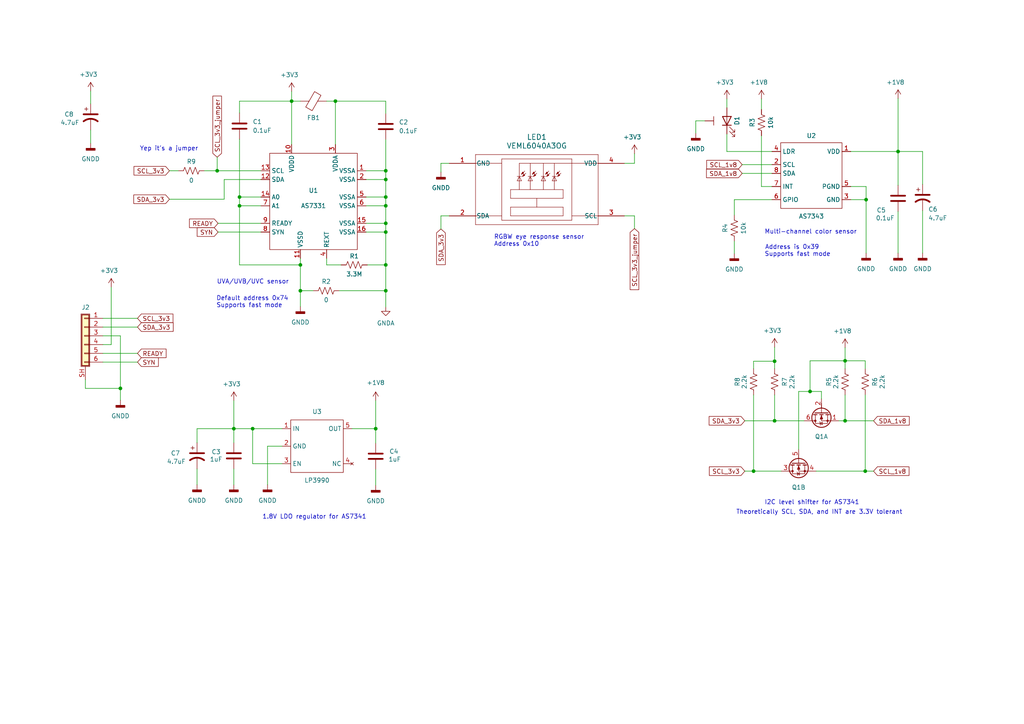
<source format=kicad_sch>
(kicad_sch (version 20231120) (generator "eeschema") (generator_version "8.0")
  (paper "A4")
  (lib_symbols
    (symbol "Connector_Generic_Shielded:Conn_01x06_Shielded" (pin_names (offset 1.016) hide)
      (property "Reference" "J" (at 0.254 7.366 0))
      (property "Value" "Conn_01x06_Shielded" (at 1.016 -9.906 0))
      (symbol "Conn_01x06_Shielded_1_1"
        (rectangle (start -1.27 6.35) (end 1.27 -8.89) (stroke (width 0.1524)))
        (rectangle (start -1.016 -7.493) (end 0.254 -7.747) (stroke (width 0.1524)))
        (rectangle (start -1.016 -4.953) (end 0.254 -5.207) (stroke (width 0.1524)))
        (rectangle (start -1.016 -2.413) (end 0.254 -2.667) (stroke (width 0.1524)))
        (rectangle (start -1.016 0.127) (end 0.254 -0.127) (stroke (width 0.1524)))
        (rectangle (start -1.016 2.667) (end 0.254 2.413) (stroke (width 0.1524)))
        (rectangle (start -1.016 5.207) (end 0.254 4.953) (stroke (width 0.1524)))
        (rectangle (start -1.016 6.096) (end 1.016 -8.636) (stroke (width 0.254)) (fill (type background)))
        (pin passive line (at -5.08 5.08 0) (length 4.064) (name "Pin_1") (number "1"))
        (pin passive line (at -5.08 2.54 0) (length 4.064) (name "Pin_2") (number "2"))
        (pin passive line (at -5.08 0 0) (length 4.064) (name "Pin_3") (number "3"))
        (pin passive line (at -5.08 -2.54 0) (length 4.064) (name "Pin_4") (number "4"))
        (pin passive line (at -5.08 -5.08 0) (length 4.064) (name "Pin_5") (number "5"))
        (pin passive line (at -5.08 -7.62 0) (length 4.064) (name "Pin_6") (number "6"))
        (pin passive line (at 0 -12.7 90) (length 3.81) (name "Shield") (number "SH"))
      )
    )
    (symbol "Device:C" (pin_numbers hide) (pin_names (offset 0.254))
      (property "Reference" "C" (at 0.635 2.54 0))
      (property "Value" "C" (at 0.635 -2.54 0))
      (symbol "C_0_1"
        (polyline (pts (xy -2.032 -0.762) (xy 2.032 -0.762)) (stroke (width 0.508)))
        (polyline (pts (xy -2.032 0.762) (xy 2.032 0.762)) (stroke (width 0.508)))
      )
      (symbol "C_1_1"
        (pin passive line (at 0 3.81 270) (length 2.794) (name "~") (number "1"))
        (pin passive line (at 0 -3.81 90) (length 2.794) (name "~") (number "2"))
      )
    )
    (symbol "Device:C_Polarized_US" (pin_numbers hide) (pin_names (offset 0.254) hide)
      (property "Reference" "C" (at 0.635 2.54 0))
      (property "Value" "C_Polarized_US" (at 0.635 -2.54 0))
      (symbol "C_Polarized_US_0_1"
        (polyline (pts (xy -2.032 0.762) (xy 2.032 0.762)) (stroke (width 0.508)))
        (polyline (pts (xy -1.778 2.286) (xy -0.762 2.286)))
        (polyline (pts (xy -1.27 1.778) (xy -1.27 2.794)))
        (arc (start 2.032 -1.27) (mid 0 -0.5572) (end -2.032 -1.27) (stroke (width 0.508)))
      )
      (symbol "C_Polarized_US_1_1"
        (pin passive line (at 0 3.81 270) (length 2.794) (name "~") (number "1"))
        (pin passive line (at 0 -3.81 90) (length 3.302) (name "~") (number "2"))
      )
    )
    (symbol "Device:FerriteBead" (pin_numbers hide) (pin_names (offset 0))
      (property "Reference" "FB" (at -3.81 0.635 90))
      (property "Value" "FerriteBead" (at 3.81 0 90))
      (symbol "FerriteBead_0_1"
        (polyline (pts (xy 0 -1.27) (xy 0 -1.2192)))
        (polyline (pts (xy 0 1.27) (xy 0 1.2954)))
        (polyline (pts (xy -2.7686 0.4064) (xy -1.7018 2.2606) (xy 2.7686 -0.3048) (xy 1.6764 -2.159) (xy -2.7686 0.4064)))
      )
      (symbol "FerriteBead_1_1"
        (pin passive line (at 0 3.81 270) (length 2.54) (name "~") (number "1"))
        (pin passive line (at 0 -3.81 90) (length 2.54) (name "~") (number "2"))
      )
    )
    (symbol "Device:R_US" (pin_numbers hide) (pin_names (offset 0))
      (property "Reference" "R" (at 2.54 0 90))
      (property "Value" "R_US" (at -2.54 0 90))
      (symbol "R_US_0_1"
        (polyline (pts (xy 0 -2.286) (xy 0 -2.54)))
        (polyline (pts (xy 0 2.286) (xy 0 2.54)))
        (polyline (pts (xy 0 -0.762) (xy 1.016 -1.143) (xy 0 -1.524) (xy -1.016 -1.905) (xy 0 -2.286)))
        (polyline (pts (xy 0 0.762) (xy 1.016 0.381) (xy 0 0) (xy -1.016 -0.381) (xy 0 -0.762)))
        (polyline (pts (xy 0 2.286) (xy 1.016 1.905) (xy 0 1.524) (xy -1.016 1.143) (xy 0 0.762)))
      )
      (symbol "R_US_1_1"
        (pin passive line (at 0 3.81 270) (length 1.27) (name "~") (number "1"))
        (pin passive line (at 0 -3.81 90) (length 1.27) (name "~") (number "2"))
      )
    )
    (symbol "power:+1V8" (power) (pin_names (offset 0))
      (property "Value" "+1V8" (at 0 3.556 0))
      (symbol "+1V8_0_1"
        (polyline (pts (xy -0.762 1.27) (xy 0 2.54)))
        (polyline (pts (xy 0 0) (xy 0 2.54)))
        (polyline (pts (xy 0 2.54) (xy 0.762 1.27)))
      )
      (symbol "+1V8_1_1"
        (pin power_in line (at 0 0 90) (length 0) hide (name "+1V8") (number "1"))
      )
    )
    (symbol "power:+3V3" (power) (pin_names (offset 0))
      (property "Value" "+3V3" (at 0 3.556 0))
      (symbol "+3V3_0_1"
        (polyline (pts (xy -0.762 1.27) (xy 0 2.54)))
        (polyline (pts (xy 0 0) (xy 0 2.54)))
        (polyline (pts (xy 0 2.54) (xy 0.762 1.27)))
      )
      (symbol "+3V3_1_1"
        (pin power_in line (at 0 0 90) (length 0) hide (name "+3V3") (number "1"))
      )
    )
    (symbol "power:GNDA" (power) (pin_names (offset 0))
      (property "Value" "GNDA" (at 0 -3.81 0))
      (symbol "GNDA_0_1"
        (polyline (pts (xy 0 0) (xy 0 -1.27) (xy 1.27 -1.27) (xy 0 -2.54) (xy -1.27 -1.27) (xy 0 -1.27)))
      )
      (symbol "GNDA_1_1"
        (pin power_in line (at 0 0 270) (length 0) hide (name "GNDA") (number "1"))
      )
    )
    (symbol "power:GNDD" (power) (pin_names (offset 0))
      (property "Value" "GNDD" (at 0 -3.175 0))
      (symbol "GNDD_0_1"
        (rectangle (start -1.27 -1.524) (end 1.27 -2.032) (stroke (width 0.254)) (fill (type outline)))
        (polyline (pts (xy 0 0) (xy 0 -1.524)))
      )
      (symbol "GNDD_1_1"
        (pin power_in line (at 0 0 270) (length 0) hide (name "GNDD") (number "1"))
      )
    )
    (symbol "wearable_sensors:AS7331"
      (property "Reference" "U" (at -11.43 16.51 0))
      (property "Value" "AS7331" (at 0 0 0))
      (symbol "AS7331_0_1"
        (rectangle (start -12.7 13.97) (end 12.7 -13.97))
      )
      (symbol "AS7331_1_1"
        (pin power_in line (at 15.24 8.89 180) (length 2.54) (name "VSSA") (number "1"))
        (pin power_in line (at -6.35 16.51 270) (length 2.54) (name "VDDD") (number "10"))
        (pin power_in line (at -3.81 -16.51 90) (length 2.54) (name "VSSD") (number "11"))
        (pin bidirectional line (at -15.24 6.35 0) (length 2.54) (name "SDA") (number "12"))
        (pin input line (at -15.24 8.89 0) (length 2.54) (name "SCL") (number "13"))
        (pin input line (at -15.24 1.27 0) (length 2.54) (name "A0") (number "14"))
        (pin power_in line (at 15.24 -6.35 180) (length 2.54) (name "VSSA") (number "15"))
        (pin power_in line (at 15.24 -8.89 180) (length 2.54) (name "VSSA") (number "16"))
        (pin power_in line (at 15.24 6.35 180) (length 2.54) (name "VSSA") (number "2"))
        (pin power_in line (at 6.35 16.51 270) (length 2.54) (name "VDDA") (number "3"))
        (pin input line (at 3.81 -16.51 90) (length 2.54) (name "REXT") (number "4"))
        (pin power_in line (at 15.24 1.27 180) (length 2.54) (name "VSSA") (number "5"))
        (pin power_in line (at 15.24 -1.27 180) (length 2.54) (name "VSSA") (number "6"))
        (pin input line (at -15.24 -1.27 0) (length 2.54) (name "A1") (number "7"))
        (pin input line (at -15.24 -8.89 0) (length 2.54) (name "SYN") (number "8"))
        (pin output line (at -15.24 -6.35 0) (length 2.54) (name "READY") (number "9"))
      )
    )
    (symbol "wearable_sensors:AS7341"
      (property "Reference" "U" (at -7.62 10.16 0))
      (property "Value" "AS7341" (at -1.27 -12.7 0))
      (symbol "AS7341_0_1"
        (rectangle (start -8.89 8.89) (end 8.89 -10.16))
      )
      (symbol "AS7341_1_1"
        (pin power_in line (at 11.43 6.35 180) (length 2.54) (name "VDD") (number "1"))
        (pin input line (at -11.43 2.54 0) (length 2.54) (name "SCL") (number "2"))
        (pin power_in line (at 11.43 -7.62 180) (length 2.54) (name "GND") (number "3"))
        (pin input line (at -11.43 6.35 0) (length 2.54) (name "LDR") (number "4"))
        (pin power_in line (at 11.43 -3.81 180) (length 2.54) (name "PGND") (number "5"))
        (pin bidirectional line (at -11.43 -7.62 0) (length 2.54) (name "GPIO") (number "6"))
        (pin bidirectional line (at -11.43 -3.81 0) (length 2.54) (name "INT") (number "7"))
        (pin bidirectional line (at -11.43 0 0) (length 2.54) (name "SDA") (number "8"))
      )
    )
    (symbol "wearable_sensors:BSS138PS"
      (property "Reference" "Q" (at 1.27 5.08 0))
      (symbol "BSS138PS_0_1"
        (circle (center -1.27 -1.778) (radius 0.254) (fill (type outline)))
        (circle (center -1.27 1.778) (radius 0.254) (fill (type outline)))
        (circle (center -0.381 0) (radius 2.794) (stroke (width 0.254)))
        (polyline (pts (xy -1.27 2.54) (xy -1.27 1.778)))
        (polyline (pts (xy 0.508 -1.27) (xy 0.508 -2.286)) (stroke (width 0.254)))
        (polyline (pts (xy 0.508 0.508) (xy 0.508 -0.508)) (stroke (width 0.254)))
        (polyline (pts (xy 0.508 2.286) (xy 0.508 1.27)) (stroke (width 0.254)))
        (polyline (pts (xy 1.016 0) (xy 3.81 0)))
        (polyline (pts (xy 1.016 1.905) (xy 1.016 -1.905)) (stroke (width 0.254)))
        (polyline (pts (xy -1.27 -2.54) (xy -1.27 0) (xy 0.508 0)))
        (polyline (pts (xy -2.032 0.381) (xy -1.651 -0.254) (xy -2.413 -0.254) (xy -2.032 0.381)))
        (polyline (pts (xy -1.524 0.508) (xy -1.651 0.381) (xy -2.413 0.381) (xy -2.54 0.254)))
        (polyline (pts (xy 0.254 0) (xy -0.762 0.381) (xy -0.762 -0.381) (xy 0.254 0)) (fill (type outline)))
        (polyline (pts (xy 0.508 -1.778) (xy -2.032 -1.778) (xy -2.032 1.778) (xy 0.508 1.778)))
      )
      (symbol "BSS138PS_1_1"
        (pin passive line (at -1.27 -5.08 90) (length 2.54) (name "") (number "1"))
        (pin passive line (at 5.08 0 180) (length 2.54) (name "") (number "2"))
        (pin passive line (at -1.27 5.08 270) (length 2.54) (name "") (number "6"))
      )
      (symbol "BSS138PS_2_1"
        (pin passive line (at -1.27 5.08 270) (length 2.54) (name "") (number "3"))
        (pin passive line (at -1.27 -5.08 90) (length 2.54) (name "") (number "4"))
        (pin passive line (at 5.08 0 180) (length 2.54) (name "") (number "5"))
      )
    )
    (symbol "wearable_sensors:LED_TH" (pin_numbers hide) (pin_names (offset 1.016) hide)
      (property "Reference" "D" (at -1.27 -3.81 0))
      (property "Value" "LED_TH" (at 0 -6.35 0))
      (symbol "LED_TH_0_1"
        (polyline (pts (xy -1.27 -1.27) (xy -1.27 1.27)) (stroke (width 0.254)))
        (polyline (pts (xy -1.27 0) (xy 1.27 0)))
        (polyline (pts (xy 1.27 3.81) (xy -1.27 3.81)))
        (polyline (pts (xy 1.27 -1.27) (xy 1.27 1.27) (xy -1.27 0) (xy 1.27 -1.27)) (stroke (width 0.254)))
        (polyline (pts (xy -3.048 -0.762) (xy -4.572 -2.286) (xy -3.81 -2.286) (xy -4.572 -2.286) (xy -4.572 -1.524)))
        (polyline (pts (xy -1.778 -0.762) (xy -3.302 -2.286) (xy -2.54 -2.286) (xy -3.302 -2.286) (xy -3.302 -1.524)))
      )
      (symbol "LED_TH_1_1"
        (pin passive line (at -3.81 0 0) (length 2.54) (name "K") (number "1"))
        (pin passive line (at 3.81 0 180) (length 2.54) (name "A") (number "2"))
        (pin passive line (at 0 6.35 270) (length 2.54) (name "Thermal") (number "TH"))
      )
    )
    (symbol "wearable_sensors:LP3990"
      (property "Reference" "U" (at -6.35 1.27 0))
      (property "Value" "LP3990" (at 0 -17.78 0))
      (symbol "LP3990_0_1"
        (rectangle (start -7.62 0) (end 7.62 -15.24))
      )
      (symbol "LP3990_1_1"
        (pin power_in line (at -10.16 -2.54 0) (length 2.54) (name "IN") (number "1"))
        (pin power_in line (at -10.16 -7.62 0) (length 2.54) (name "GND") (number "2"))
        (pin input line (at -10.16 -12.7 0) (length 2.54) (name "EN") (number "3"))
        (pin no_connect line (at 10.16 -12.7 180) (length 2.54) (name "NC") (number "4"))
        (pin power_out line (at 10.16 -2.54 180) (length 2.54) (name "OUT") (number "5"))
      )
    )
    (symbol "wearable_sensors:VEML6040A3OG" (pin_names (offset 0.254))
      (property "Reference" "LED" (at 25.4 7.62 0))
      (property "Value" "VEML6040A3OG" (at 25.4 5.08 0))
      (symbol "VEML6040A3OG_0_1"
        (polyline (pts (xy 7.62 -17.78) (xy 43.18 -17.78)) (stroke (width 0.127)))
        (polyline (pts (xy 7.62 -15.24) (xy 15.24 -15.24)) (stroke (width 0.127)))
        (polyline (pts (xy 7.62 0) (xy 15.24 0)) (stroke (width 0.127)))
        (polyline (pts (xy 7.62 2.54) (xy 7.62 -17.78)) (stroke (width 0.127)))
        (polyline (pts (xy 15.24 -16.51) (xy 35.56 -16.51)) (stroke (width 0.127)))
        (polyline (pts (xy 15.24 1.27) (xy 15.24 -16.51)) (stroke (width 0.127)))
        (polyline (pts (xy 17.78 -15.24) (xy 17.78 -12.7)) (stroke (width 0.127)))
        (polyline (pts (xy 17.78 -12.7) (xy 33.02 -12.7)) (stroke (width 0.127)))
        (polyline (pts (xy 17.78 -10.16) (xy 33.02 -10.16)) (stroke (width 0.127)))
        (polyline (pts (xy 17.78 -7.62) (xy 17.78 -10.16)) (stroke (width 0.127)))
        (polyline (pts (xy 19.685 -5.08) (xy 20.32 -3.81)) (stroke (width 0.127)))
        (polyline (pts (xy 19.685 -5.08) (xy 20.955 -5.08)) (stroke (width 0.127)))
        (polyline (pts (xy 19.685 -3.81) (xy 20.955 -3.81)) (stroke (width 0.127)))
        (polyline (pts (xy 20.32 -7.62) (xy 20.32 0)) (stroke (width 0.127)))
        (polyline (pts (xy 20.32 -3.81) (xy 20.955 -5.08)) (stroke (width 0.127)))
        (polyline (pts (xy 20.32 0) (xy 43.18 0)) (stroke (width 0.127)))
        (polyline (pts (xy 20.955 -3.175) (xy 21.2725 -2.54)) (stroke (width 0.127)))
        (polyline (pts (xy 20.955 -3.175) (xy 21.59 -2.8575)) (stroke (width 0.127)))
        (polyline (pts (xy 20.955 -3.175) (xy 21.9075 -2.2225)) (stroke (width 0.127)))
        (polyline (pts (xy 21.2725 -3.81) (xy 21.59 -3.175)) (stroke (width 0.127)))
        (polyline (pts (xy 21.2725 -3.81) (xy 21.9075 -3.4925)) (stroke (width 0.127)))
        (polyline (pts (xy 21.2725 -3.81) (xy 22.225 -2.8575)) (stroke (width 0.127)))
        (polyline (pts (xy 21.59 -2.8575) (xy 21.2725 -2.54)) (stroke (width 0.127)))
        (polyline (pts (xy 21.9075 -3.4925) (xy 21.59 -3.175)) (stroke (width 0.127)))
        (polyline (pts (xy 22.86 -5.08) (xy 23.495 -3.81)) (stroke (width 0.127)))
        (polyline (pts (xy 22.86 -5.08) (xy 24.13 -5.08)) (stroke (width 0.127)))
        (polyline (pts (xy 22.86 -3.81) (xy 24.13 -3.81)) (stroke (width 0.127)))
        (polyline (pts (xy 23.495 -7.62) (xy 23.495 0)) (stroke (width 0.127)))
        (polyline (pts (xy 23.495 -3.81) (xy 24.13 -5.08)) (stroke (width 0.127)))
        (polyline (pts (xy 24.13 -3.175) (xy 24.4475 -2.54)) (stroke (width 0.127)))
        (polyline (pts (xy 24.13 -3.175) (xy 24.765 -2.8575)) (stroke (width 0.127)))
        (polyline (pts (xy 24.13 -3.175) (xy 25.0825 -2.2225)) (stroke (width 0.127)))
        (polyline (pts (xy 24.4475 -3.81) (xy 24.765 -3.175)) (stroke (width 0.127)))
        (polyline (pts (xy 24.4475 -3.81) (xy 25.0825 -3.4925)) (stroke (width 0.127)))
        (polyline (pts (xy 24.4475 -3.81) (xy 25.4 -2.8575)) (stroke (width 0.127)))
        (polyline (pts (xy 24.765 -2.8575) (xy 24.4475 -2.54)) (stroke (width 0.127)))
        (polyline (pts (xy 25.0825 -3.4925) (xy 24.765 -3.175)) (stroke (width 0.127)))
        (polyline (pts (xy 25.4 -10.16) (xy 25.4 -12.7)) (stroke (width 0.127)))
        (polyline (pts (xy 26.67 -5.08) (xy 27.305 -3.81)) (stroke (width 0.127)))
        (polyline (pts (xy 26.67 -5.08) (xy 27.94 -5.08)) (stroke (width 0.127)))
        (polyline (pts (xy 26.67 -3.81) (xy 27.94 -3.81)) (stroke (width 0.127)))
        (polyline (pts (xy 27.305 -7.62) (xy 27.305 0)) (stroke (width 0.127)))
        (polyline (pts (xy 27.305 -3.81) (xy 27.94 -5.08)) (stroke (width 0.127)))
        (polyline (pts (xy 27.94 -3.175) (xy 28.2575 -2.54)) (stroke (width 0.127)))
        (polyline (pts (xy 27.94 -3.175) (xy 28.575 -2.8575)) (stroke (width 0.127)))
        (polyline (pts (xy 27.94 -3.175) (xy 28.8925 -2.2225)) (stroke (width 0.127)))
        (polyline (pts (xy 28.2575 -3.81) (xy 28.575 -3.175)) (stroke (width 0.127)))
        (polyline (pts (xy 28.2575 -3.81) (xy 28.8925 -3.4925)) (stroke (width 0.127)))
        (polyline (pts (xy 28.2575 -3.81) (xy 29.21 -2.8575)) (stroke (width 0.127)))
        (polyline (pts (xy 28.575 -2.8575) (xy 28.2575 -2.54)) (stroke (width 0.127)))
        (polyline (pts (xy 28.8925 -3.4925) (xy 28.575 -3.175)) (stroke (width 0.127)))
        (polyline (pts (xy 29.845 -5.08) (xy 30.48 -3.81)) (stroke (width 0.127)))
        (polyline (pts (xy 29.845 -5.08) (xy 31.115 -5.08)) (stroke (width 0.127)))
        (polyline (pts (xy 29.845 -3.81) (xy 31.115 -3.81)) (stroke (width 0.127)))
        (polyline (pts (xy 30.48 -7.62) (xy 30.48 0)) (stroke (width 0.127)))
        (polyline (pts (xy 30.48 -3.81) (xy 31.115 -5.08)) (stroke (width 0.127)))
        (polyline (pts (xy 31.115 -3.175) (xy 31.4325 -2.54)) (stroke (width 0.127)))
        (polyline (pts (xy 31.115 -3.175) (xy 31.75 -2.8575)) (stroke (width 0.127)))
        (polyline (pts (xy 31.115 -3.175) (xy 32.0675 -2.2225)) (stroke (width 0.127)))
        (polyline (pts (xy 31.4325 -3.81) (xy 31.75 -3.175)) (stroke (width 0.127)))
        (polyline (pts (xy 31.4325 -3.81) (xy 32.0675 -3.4925)) (stroke (width 0.127)))
        (polyline (pts (xy 31.4325 -3.81) (xy 32.385 -2.8575)) (stroke (width 0.127)))
        (polyline (pts (xy 31.75 -2.8575) (xy 31.4325 -2.54)) (stroke (width 0.127)))
        (polyline (pts (xy 32.0675 -3.4925) (xy 31.75 -3.175)) (stroke (width 0.127)))
        (polyline (pts (xy 33.02 -15.24) (xy 17.78 -15.24)) (stroke (width 0.127)))
        (polyline (pts (xy 33.02 -12.7) (xy 33.02 -15.24)) (stroke (width 0.127)))
        (polyline (pts (xy 33.02 -10.16) (xy 33.02 -7.62)) (stroke (width 0.127)))
        (polyline (pts (xy 33.02 -7.62) (xy 17.78 -7.62)) (stroke (width 0.127)))
        (polyline (pts (xy 35.56 -16.51) (xy 35.56 1.27)) (stroke (width 0.127)))
        (polyline (pts (xy 35.56 -15.24) (xy 43.18 -15.24)) (stroke (width 0.127)))
        (polyline (pts (xy 35.56 1.27) (xy 15.24 1.27)) (stroke (width 0.127)))
        (polyline (pts (xy 43.18 -17.78) (xy 43.18 2.54)) (stroke (width 0.127)))
        (polyline (pts (xy 43.18 2.54) (xy 7.62 2.54)) (stroke (width 0.127)))
        (polyline (pts (xy 20.955 -3.175) (xy 21.2725 -2.54) (xy 21.59 -2.8575)) (fill (type outline)))
        (polyline (pts (xy 21.2725 -3.81) (xy 21.59 -3.175) (xy 21.9075 -3.4925)) (fill (type outline)))
        (polyline (pts (xy 24.13 -3.175) (xy 24.4475 -2.54) (xy 24.765 -2.8575)) (fill (type outline)))
        (polyline (pts (xy 24.4475 -3.81) (xy 24.765 -3.175) (xy 25.0825 -3.4925)) (fill (type outline)))
        (polyline (pts (xy 27.94 -3.175) (xy 28.2575 -2.54) (xy 28.575 -2.8575)) (fill (type outline)))
        (polyline (pts (xy 28.2575 -3.81) (xy 28.575 -3.175) (xy 28.8925 -3.4925)) (fill (type outline)))
        (polyline (pts (xy 31.115 -3.175) (xy 31.4325 -2.54) (xy 31.75 -2.8575)) (fill (type outline)))
        (polyline (pts (xy 31.4325 -3.81) (xy 31.75 -3.175) (xy 32.0675 -3.4925)) (fill (type outline)))
        (pin unspecified line (at 0 0 0) (length 7.62) (name "GND") (number "1"))
        (pin unspecified line (at 0 -15.24 0) (length 7.62) (name "SDA") (number "2"))
        (pin unspecified line (at 50.8 -15.24 180) (length 7.62) (name "SCL") (number "3"))
        (pin unspecified line (at 50.8 0 180) (length 7.62) (name "VDD") (number "4"))
      )
    )
  )
  (junction (at 234.95 113.538))
  (junction (at 67.818 124.333))
  (junction (at 111.887 57.15))
  (junction (at 111.887 76.835))
  (junction (at 218.567 136.652))
  (junction (at 87.122 76.835))
  (junction (at 111.887 52.07))
  (junction (at 62.992 49.53))
  (junction (at 73.279 124.333))
  (junction (at 111.887 59.69))
  (junction (at 251.206 57.912))
  (junction (at 111.887 64.77))
  (junction (at 224.663 122.047))
  (junction (at 250.952 136.652))
  (junction (at 224.663 104.775))
  (junction (at 34.925 112.649))
  (junction (at 245.11 122.047))
  (junction (at 69.469 57.15))
  (junction (at 111.887 67.31))
  (junction (at 260.477 43.942))
  (junction (at 111.887 49.53))
  (junction (at 84.582 29.337))
  (junction (at 69.469 59.69))
  (junction (at 111.887 84.328))
  (junction (at 97.282 29.337))
  (junction (at 245.11 104.648))
  (junction (at 108.966 124.333))
  (junction (at 87.122 84.328))
  (wire (pts (xy 212.979 69.977) (xy 212.979 73.533)))
  (wire (pts (xy 251.206 57.912) (xy 251.206 73.406)))
  (wire (pts (xy 62.992 49.53) (xy 75.692 49.53)))
  (wire (pts (xy 69.469 57.15) (xy 69.469 59.69)))
  (wire (pts (xy 111.887 29.337) (xy 111.887 32.893)))
  (wire (pts (xy 84.582 29.337) (xy 84.582 41.91)))
  (wire (pts (xy 181.102 47.371) (xy 184.023 47.371)))
  (wire (pts (xy 250.952 106.934) (xy 250.952 104.648)))
  (wire (pts (xy 243.332 122.047) (xy 245.11 122.047)))
  (wire (pts (xy 49.149 49.53) (xy 51.689 49.53)))
  (wire (pts (xy 106.172 67.31) (xy 111.887 67.31)))
  (wire (pts (xy 57.15 128.397) (xy 57.15 124.333)))
  (wire (pts (xy 67.818 124.333) (xy 73.279 124.333)))
  (wire (pts (xy 127.889 62.611) (xy 130.302 62.611)))
  (wire (pts (xy 234.95 113.538) (xy 231.648 113.538)))
  (wire (pts (xy 224.663 122.047) (xy 224.663 114.554)))
  (wire (pts (xy 220.853 54.102) (xy 220.853 39.37)))
  (wire (pts (xy 57.15 124.333) (xy 67.818 124.333)))
  (wire (pts (xy 84.582 29.337) (xy 69.469 29.337)))
  (wire (pts (xy 111.887 76.835) (xy 111.887 84.328)))
  (wire (pts (xy 87.122 76.835) (xy 87.122 84.328)))
  (wire (pts (xy 98.933 76.835) (xy 94.742 76.835)))
  (wire (pts (xy 218.567 136.652) (xy 218.567 114.554)))
  (wire (pts (xy 29.845 105.029) (xy 39.878 105.029)))
  (wire (pts (xy 223.901 43.942) (xy 210.82 43.942)))
  (wire (pts (xy 97.282 29.337) (xy 97.282 41.91)))
  (wire (pts (xy 111.887 84.328) (xy 111.887 89.027)))
  (wire (pts (xy 223.901 57.912) (xy 212.979 57.912)))
  (wire (pts (xy 184.023 47.371) (xy 184.023 44.577)))
  (wire (pts (xy 81.788 124.333) (xy 73.279 124.333)))
  (wire (pts (xy 77.597 129.413) (xy 77.597 140.589)))
  (wire (pts (xy 245.11 104.648) (xy 245.11 106.934)))
  (wire (pts (xy 69.469 59.69) (xy 69.469 76.835)))
  (wire (pts (xy 97.282 29.337) (xy 111.887 29.337)))
  (wire (pts (xy 220.853 28.702) (xy 220.853 31.75)))
  (wire (pts (xy 106.553 76.835) (xy 111.887 76.835)))
  (wire (pts (xy 111.887 64.77) (xy 111.887 67.31)))
  (wire (pts (xy 111.887 57.15) (xy 111.887 59.69)))
  (wire (pts (xy 65.024 52.07) (xy 75.692 52.07)))
  (wire (pts (xy 67.818 136.017) (xy 67.818 140.589)))
  (wire (pts (xy 130.302 47.371) (xy 127.889 47.371)))
  (wire (pts (xy 49.149 57.785) (xy 65.024 57.785)))
  (wire (pts (xy 62.992 45.593) (xy 62.992 49.53)))
  (wire (pts (xy 98.425 84.328) (xy 111.887 84.328)))
  (wire (pts (xy 245.11 122.047) (xy 253.365 122.047)))
  (wire (pts (xy 236.728 136.652) (xy 250.952 136.652)))
  (wire (pts (xy 111.887 49.53) (xy 111.887 52.07)))
  (wire (pts (xy 32.258 99.949) (xy 32.258 83.312)))
  (wire (pts (xy 215.265 47.752) (xy 223.901 47.752)))
  (wire (pts (xy 84.582 26.543) (xy 84.582 29.337)))
  (wire (pts (xy 246.761 43.942) (xy 260.477 43.942)))
  (wire (pts (xy 238.252 115.697) (xy 238.252 113.538)))
  (wire (pts (xy 127.889 47.371) (xy 127.889 49.911)))
  (wire (pts (xy 106.172 64.77) (xy 111.887 64.77)))
  (wire (pts (xy 204.47 35.052) (xy 201.803 35.052)))
  (wire (pts (xy 29.845 97.409) (xy 34.925 97.409)))
  (wire (pts (xy 245.11 100.838) (xy 245.11 104.648)))
  (wire (pts (xy 216.027 136.652) (xy 218.567 136.652)))
  (wire (pts (xy 260.477 61.341) (xy 260.477 73.406)))
  (wire (pts (xy 94.742 76.835) (xy 94.742 74.93)))
  (wire (pts (xy 223.901 54.102) (xy 220.853 54.102)))
  (wire (pts (xy 210.82 43.942) (xy 210.82 38.862)))
  (wire (pts (xy 224.663 100.711) (xy 224.663 104.775)))
  (wire (pts (xy 250.952 136.652) (xy 253.365 136.652)))
  (wire (pts (xy 231.648 130.302) (xy 231.648 113.538)))
  (wire (pts (xy 69.469 40.386) (xy 69.469 57.15)))
  (wire (pts (xy 184.023 62.611) (xy 184.023 66.294)))
  (wire (pts (xy 87.122 84.328) (xy 90.805 84.328)))
  (wire (pts (xy 111.887 59.69) (xy 111.887 64.77)))
  (wire (pts (xy 69.469 29.337) (xy 69.469 32.766)))
  (wire (pts (xy 94.742 29.337) (xy 97.282 29.337)))
  (wire (pts (xy 108.966 124.333) (xy 108.966 128.524)))
  (wire (pts (xy 67.818 124.333) (xy 67.818 128.397)))
  (wire (pts (xy 29.845 92.329) (xy 39.878 92.329)))
  (wire (pts (xy 34.925 97.409) (xy 34.925 112.649)))
  (wire (pts (xy 73.279 134.493) (xy 73.279 124.333)))
  (wire (pts (xy 218.567 104.775) (xy 224.663 104.775)))
  (wire (pts (xy 106.172 57.15) (xy 111.887 57.15)))
  (wire (pts (xy 34.925 112.649) (xy 34.925 116.078)))
  (wire (pts (xy 215.265 50.292) (xy 223.901 50.292)))
  (wire (pts (xy 250.952 114.554) (xy 250.952 136.652)))
  (wire (pts (xy 246.761 54.102) (xy 251.206 54.102)))
  (wire (pts (xy 81.788 134.493) (xy 73.279 134.493)))
  (wire (pts (xy 267.589 43.942) (xy 260.477 43.942)))
  (wire (pts (xy 65.024 57.785) (xy 65.024 52.07)))
  (wire (pts (xy 106.172 49.53) (xy 111.887 49.53)))
  (wire (pts (xy 26.289 37.719) (xy 26.289 41.529)))
  (wire (pts (xy 210.82 28.702) (xy 210.82 31.242)))
  (wire (pts (xy 267.589 53.467) (xy 267.589 43.942)))
  (wire (pts (xy 29.845 99.949) (xy 32.258 99.949)))
  (wire (pts (xy 63.246 67.31) (xy 75.692 67.31)))
  (wire (pts (xy 102.108 124.333) (xy 108.966 124.333)))
  (wire (pts (xy 106.172 59.69) (xy 111.887 59.69)))
  (wire (pts (xy 260.477 43.942) (xy 260.477 53.721)))
  (wire (pts (xy 69.469 76.835) (xy 87.122 76.835)))
  (wire (pts (xy 29.845 102.489) (xy 39.878 102.489)))
  (wire (pts (xy 218.567 136.652) (xy 226.568 136.652)))
  (wire (pts (xy 245.11 114.554) (xy 245.11 122.047)))
  (wire (pts (xy 267.589 61.087) (xy 267.589 73.406)))
  (wire (pts (xy 111.887 40.513) (xy 111.887 49.53)))
  (wire (pts (xy 245.11 104.648) (xy 234.95 104.648)))
  (wire (pts (xy 84.582 29.337) (xy 87.122 29.337)))
  (wire (pts (xy 108.966 136.144) (xy 108.966 140.716)))
  (wire (pts (xy 108.966 124.333) (xy 108.966 116.205)))
  (wire (pts (xy 224.663 104.775) (xy 224.663 106.934)))
  (wire (pts (xy 246.761 57.912) (xy 251.206 57.912)))
  (wire (pts (xy 106.172 52.07) (xy 111.887 52.07)))
  (wire (pts (xy 111.887 52.07) (xy 111.887 57.15)))
  (wire (pts (xy 216.027 122.047) (xy 224.663 122.047)))
  (wire (pts (xy 59.309 49.53) (xy 62.992 49.53)))
  (wire (pts (xy 238.252 113.538) (xy 234.95 113.538)))
  (wire (pts (xy 212.979 57.912) (xy 212.979 62.357)))
  (wire (pts (xy 224.663 122.047) (xy 233.172 122.047)))
  (wire (pts (xy 24.765 110.109) (xy 24.765 112.649)))
  (wire (pts (xy 201.803 35.052) (xy 201.803 38.608)))
  (wire (pts (xy 127.889 62.611) (xy 127.889 66.421)))
  (wire (pts (xy 234.95 104.648) (xy 234.95 113.538)))
  (wire (pts (xy 87.122 84.328) (xy 87.122 88.9)))
  (wire (pts (xy 181.102 62.611) (xy 184.023 62.611)))
  (wire (pts (xy 75.692 57.15) (xy 69.469 57.15)))
  (wire (pts (xy 81.788 129.413) (xy 77.597 129.413)))
  (wire (pts (xy 260.477 43.942) (xy 260.477 28.575)))
  (wire (pts (xy 111.887 67.31) (xy 111.887 76.835)))
  (wire (pts (xy 26.289 26.416) (xy 26.289 30.099)))
  (wire (pts (xy 251.206 54.102) (xy 251.206 57.912)))
  (wire (pts (xy 57.15 136.017) (xy 57.15 140.589)))
  (wire (pts (xy 69.469 59.69) (xy 75.692 59.69)))
  (wire (pts (xy 67.818 124.333) (xy 67.818 116.205)))
  (wire (pts (xy 24.765 112.649) (xy 34.925 112.649)))
  (wire (pts (xy 63.246 64.77) (xy 75.692 64.77)))
  (wire (pts (xy 87.122 74.93) (xy 87.122 76.835)))
  (wire (pts (xy 218.567 106.934) (xy 218.567 104.775)))
  (wire (pts (xy 29.845 94.869) (xy 39.878 94.869)))
  (wire (pts (xy 250.952 104.648) (xy 245.11 104.648)))
  (text "Supports fast mode" (at 221.742 74.549 0) (effects (font (size 1.27 1.27)) (justify left bottom)))
  (text "Default address 0x74" (at 62.738 87.376 0) (effects (font (size 1.27 1.27)) (justify left bottom)))
  (text "RGBW eye response sensor\nAddress 0x10" (at 143.256 71.628 0) (effects (font (size 1.27 1.27)) (justify left bottom)))
  (text "Multi-channel color sensor" (at 221.742 68.072 0) (effects (font (size 1.27 1.27)) (justify left bottom)))
  (text "1.8V LDO regulator for AS7341" (at 76.073 150.749 0) (effects (font (size 1.27 1.27)) (justify left bottom)))
  (text "Theoretically SCL, SDA, and INT are 3.3V tolerant" (at 213.487 149.352 0) (effects (font (size 1.27 1.27)) (justify left bottom)))
  (text "UVA/UVB/UVC sensor" (at 62.865 82.55 0) (effects (font (size 1.27 1.27)) (justify left bottom)))
  (text "Address is 0x39" (at 221.869 72.517 0) (effects (font (size 1.27 1.27)) (justify left bottom)))
  (text "Yep it's a jumper" (at 40.513 43.942 0) (effects (font (size 1.27 1.27)) (justify left bottom)))
  (text "Supports fast mode" (at 62.738 89.408 0) (effects (font (size 1.27 1.27)) (justify left bottom)))
  (text "I2C level shifter for AS7341" (at 221.742 146.558 0) (effects (font (size 1.27 1.27)) (justify left bottom)))
  (global_label "SDA_3v3" (shape input) (at 127.889 66.421 270) (property "Intersheetrefs" "${INTERSHEET_REFS}" (effects (hide yes))))
  (global_label "SCL_3v3" (shape input) (at 216.027 136.652 180) (property "Intersheetrefs" "${INTERSHEET_REFS}" (effects (hide yes))))
  (global_label "SDA_3v3" (shape input) (at 39.878 94.869 0) (property "Intersheetrefs" "${INTERSHEET_REFS}" (effects (hide yes))))
  (global_label "SCL_3v3" (shape input) (at 49.149 49.53 180) (property "Intersheetrefs" "${INTERSHEET_REFS}" (effects (hide yes))))
  (global_label "SCL_1v8" (shape input) (at 215.265 47.752 180) (property "Intersheetrefs" "${INTERSHEET_REFS}" (effects (hide yes))))
  (global_label "READY" (shape input) (at 39.878 102.489 0) (property "Intersheetrefs" "${INTERSHEET_REFS}" (effects (hide yes))))
  (global_label "SDA_1v8" (shape input) (at 215.265 50.292 180) (property "Intersheetrefs" "${INTERSHEET_REFS}" (effects (hide yes))))
  (global_label "SDA_3v3" (shape input) (at 49.149 57.785 180) (property "Intersheetrefs" "${INTERSHEET_REFS}" (effects (hide yes))))
  (global_label "SCL_3v3" (shape input) (at 39.878 92.329 0) (property "Intersheetrefs" "${INTERSHEET_REFS}" (effects (hide yes))))
  (global_label "SDA_3v3" (shape input) (at 216.027 122.047 180) (property "Intersheetrefs" "${INTERSHEET_REFS}" (effects (hide yes))))
  (global_label "SCL_1v8" (shape input) (at 253.365 136.652 0) (property "Intersheetrefs" "${INTERSHEET_REFS}" (effects (hide yes))))
  (global_label "READY" (shape input) (at 63.246 64.77 180) (property "Intersheetrefs" "${INTERSHEET_REFS}" (effects (hide yes))))
  (global_label "SYN" (shape input) (at 39.878 105.029 0) (property "Intersheetrefs" "${INTERSHEET_REFS}" (effects (hide yes))))
  (global_label "SDA_1v8" (shape input) (at 253.365 122.047 0) (property "Intersheetrefs" "${INTERSHEET_REFS}" (effects (hide yes))))
  (global_label "SYN" (shape input) (at 63.246 67.31 180) (property "Intersheetrefs" "${INTERSHEET_REFS}" (effects (hide yes))))
  (global_label "SCL_3v3_jumper" (shape input) (at 184.023 66.294 270) (property "Intersheetrefs" "${INTERSHEET_REFS}" (effects (hide yes))))
  (global_label "SCL_3v3_jumper" (shape input) (at 62.992 45.593 90) (property "Intersheetrefs" "${INTERSHEET_REFS}" (effects (hide yes))))
  (symbol (lib_id "wearable_sensors:LED_TH") (at 210.82 35.052 90) (unit 1)
    (property "Reference" "D1" (at 213.741 33.655 0) (effects (justify right)))
    (property "Value" "LED" (effects (hide yes)))
    (property "Footprint" "Wearable_sensors:Lumileds-LXZ2" (effects (hide yes)))
    (property "Part" "LXZ2-5790-3" (effects (hide yes)))
  )
  (symbol (lib_id "Device:R_US") (at 218.567 110.744 180) (unit 1)
    (property "Reference" "R8" (at 213.868 110.744 90))
    (property "Value" "2.2k" (at 215.9 110.744 90))
    (property "Footprint" "Resistor_SMD:R_0603_1608Metric" (effects (hide yes)))
    (property "Part" "ERJ-3EKF2201V" (effects (hide yes)))
  )
  (symbol (lib_id "power:GNDD") (at 260.477 73.406 0) (unit 1)
    (property "Reference" "#PWR09" (effects (hide yes)))
    (property "Value" "GNDD" (at 260.477 77.978 0))
  )
  (symbol (lib_id "Device:C") (at 108.966 132.334 0) (unit 1)
    (property "Reference" "C4" (at 112.903 130.937 0) (effects (justify left)))
    (property "Value" "1uF" (at 112.649 133.223 0) (effects (justify left)))
    (property "Footprint" "Capacitor_SMD:C_0603_1608Metric" (effects (hide yes)))
    (property "Part" "C0603C105K4RAC7867" (effects (hide yes)))
  )
  (symbol (lib_id "power:+1V8") (at 245.11 100.838 0) (unit 1)
    (property "Reference" "#PWR014" (effects (hide yes)))
    (property "Value" "+1V8" (at 244.348 96.012 0))
  )
  (symbol (lib_id "Device:R_US") (at 220.853 35.56 180) (unit 1)
    (property "Reference" "R3" (at 218.186 35.56 90))
    (property "Value" "10k" (at 223.52 35.56 90))
    (property "Footprint" "Resistor_SMD:R_0603_1608Metric" (effects (hide yes)))
    (property "Part" "ERJ-3EKF1002V" (effects (hide yes)))
  )
  (symbol (lib_id "Device:FerriteBead") (at 90.932 29.337 90) (unit 1)
    (property "Reference" "FB1" (at 90.932 34.163 90))
    (property "Value" "Ferrite" (effects (hide yes)))
    (property "Footprint" "Inductor_SMD:L_0603_1608Metric" (effects (hide yes)))
    (property "Part" "MPZ1608S300ATAH0" (effects (hide yes)))
  )
  (symbol (lib_id "wearable_sensors:VEML6040A3OG") (at 130.302 47.371 0) (unit 1)
    (property "Reference" "LED1" (at 155.702 39.751 0) (effects (font (size 1.524 1.524))))
    (property "Value" "VEML6040A3OG" (at 155.702 42.291 0) (effects (font (size 1.524 1.524))))
    (property "Footprint" "Wearable_sensors:VEML6040A3OG" (effects (hide yes)))
    (property "Datasheet" "VEML6040A3OG" (effects (hide yes)))
  )
  (symbol (lib_id "Connector_Generic_Shielded:Conn_01x06_Shielded") (at 24.765 97.409 0) (mirror y) (unit 1)
    (property "Reference" "J2" (at 26.035 89.154 0) (effects (justify left)))
    (property "Value" "Conn_01x06_Shielded" (effects (hide yes)))
    (property "Footprint" "Connector_Hirose:Hirose_DF52-6S-0.8H_1x06-1MP_P0.80mm_Horizontal" (effects (hide yes)))
    (property "Part" "DF52-6S-0.8H(21)" (effects (hide yes)))
  )
  (symbol (lib_id "power:+3V3") (at 224.663 100.711 0) (unit 1)
    (property "Reference" "#PWR015" (effects (hide yes)))
    (property "Value" "+3V3" (at 224.028 95.885 0))
  )
  (symbol (lib_id "power:GNDD") (at 108.966 140.716 0) (unit 1)
    (property "Reference" "#PWR06" (effects (hide yes)))
    (property "Value" "GNDD" (at 108.966 145.288 0))
  )
  (symbol (lib_id "power:+1V8") (at 108.966 116.205 0) (unit 1)
    (property "Reference" "#1V08" (effects (hide yes)))
    (property "Value" "+1V8" (at 108.966 110.998 0))
  )
  (symbol (lib_id "wearable_sensors:LP3990") (at 91.948 121.793 0) (unit 1)
    (property "Reference" "U3" (at 91.948 119.38 0))
    (property "Value" "LP3990" (at 91.948 139.319 0))
    (property "Footprint" "Package_TO_SOT_SMD:SOT-23-5" (effects (hide yes)))
    (property "Part" "LP3990MFX-1.8/NOPB" (effects (hide yes)))
  )
  (symbol (lib_id "power:+3V3") (at 184.023 44.577 0) (unit 1)
    (property "Reference" "#PWR022" (effects (hide yes)))
    (property "Value" "+3V3" (at 183.388 39.751 0))
  )
  (symbol (lib_id "Device:R_US") (at 94.615 84.328 90) (unit 1)
    (property "Reference" "R2" (at 94.615 81.661 90))
    (property "Value" "0" (at 94.615 86.995 90))
    (property "Footprint" "Resistor_SMD:R_0603_1608Metric" (effects (hide yes)))
    (property "Part" "ERJ-3GEY0R00V" (effects (hide yes)))
  )
  (symbol (lib_id "Device:C_Polarized_US") (at 57.15 132.207 0) (unit 1)
    (property "Reference" "C7" (at 49.53 131.445 0) (effects (justify left)))
    (property "Value" "4.7uF" (at 48.387 133.858 0) (effects (justify left)))
    (property "Footprint" "Capacitor_Tantalum_SMD:CP_EIA-2012-12_Kemet-R" (effects (hide yes)))
    (property "Part" "TPSR475K010R3000" (effects (hide yes)))
  )
  (symbol (lib_id "power:GNDD") (at 267.589 73.406 0) (unit 1)
    (property "Reference" "#PWR01" (effects (hide yes)))
    (property "Value" "GNDD" (at 267.589 77.978 0))
  )
  (symbol (lib_id "wearable_sensors:BSS138PS") (at 238.252 120.777 90) (unit 1)
    (property "Reference" "Q1" (at 238.252 126.619 90))
    (property "Value" "BSS138" (effects (hide yes)))
    (property "Footprint" "Package_TO_SOT_SMD:SOT-363_SC-70-6" (effects (hide yes)))
    (property "Part" "BSS138PS" (effects (hide yes)))
  )
  (symbol (lib_id "Device:R_US") (at 102.743 76.835 90) (unit 1)
    (property "Reference" "R1" (at 102.743 74.295 90))
    (property "Value" "3.3M" (at 102.743 79.502 90))
    (property "Footprint" "Resistor_SMD:R_0603_1608Metric" (effects (hide yes)))
    (property "Part" "RMCF0603FT3M30" (effects (hide yes)))
  )
  (symbol (lib_id "Device:R_US") (at 245.11 110.744 180) (unit 1)
    (property "Reference" "R5" (at 240.411 110.744 90))
    (property "Value" "2.2k" (at 242.443 110.744 90))
    (property "Footprint" "Resistor_SMD:R_0603_1608Metric" (effects (hide yes)))
    (property "Part" "ERJ-3EKF2201V" (effects (hide yes)))
  )
  (symbol (lib_id "wearable_sensors:BSS138PS") (at 231.648 135.382 90) (unit 2)
    (property "Reference" "Q1" (at 231.648 141.351 90))
    (property "Value" "BSS138" (effects (hide yes)))
    (property "Footprint" "Package_TO_SOT_SMD:SOT-363_SC-70-6" (effects (hide yes)))
    (property "Part" "BSS138PS" (effects (hide yes)))
  )
  (symbol (lib_id "Device:C_Polarized_US") (at 267.589 57.277 0) (unit 1)
    (property "Reference" "C6" (at 269.24 60.706 0) (effects (justify left)))
    (property "Value" "4.7uF" (at 269.24 63.246 0) (effects (justify left)))
    (property "Footprint" "Capacitor_Tantalum_SMD:CP_EIA-2012-12_Kemet-R" (effects (hide yes)))
    (property "Part" "TPSR475K010R3000" (effects (hide yes)))
  )
  (symbol (lib_id "power:GNDD") (at 201.803 38.608 0) (unit 1)
    (property "Reference" "#PWR019" (effects (hide yes)))
    (property "Value" "GNDD" (at 201.803 43.18 0))
  )
  (symbol (lib_id "Device:R_US") (at 55.499 49.53 270) (unit 1)
    (property "Reference" "R9" (at 55.499 46.863 90))
    (property "Value" "0" (at 55.499 52.324 90))
    (property "Footprint" "Resistor_SMD:R_0603_1608Metric" (effects (hide yes)))
    (property "Part" "ERJ-3GEY0R00V" (effects (hide yes)))
  )
  (symbol (lib_id "power:GNDD") (at 26.289 41.529 0) (unit 1)
    (property "Reference" "#PWR021" (effects (hide yes)))
    (property "Value" "GNDD" (at 26.289 46.101 0))
  )
  (symbol (lib_id "power:GNDD") (at 34.925 116.078 0) (unit 1)
    (property "Reference" "#PWR017" (effects (hide yes)))
    (property "Value" "GNDD" (at 34.925 120.65 0))
  )
  (symbol (lib_id "Device:R_US") (at 212.979 66.167 180) (unit 1)
    (property "Reference" "R4" (at 210.312 66.167 90))
    (property "Value" "10k" (at 215.646 66.167 90))
    (property "Footprint" "Resistor_SMD:R_0603_1608Metric" (effects (hide yes)))
    (property "Part" "ERJ-3EKF1002V" (effects (hide yes)))
  )
  (symbol (lib_id "power:+3V3") (at 32.258 83.312 0) (unit 1)
    (property "Reference" "#PWR018" (effects (hide yes)))
    (property "Value" "+3V3" (at 31.623 78.486 0))
  )
  (symbol (lib_id "Device:C_Polarized_US") (at 26.289 33.909 0) (unit 1)
    (property "Reference" "C8" (at 18.669 33.147 0) (effects (justify left)))
    (property "Value" "4.7uF" (at 17.526 35.56 0) (effects (justify left)))
    (property "Footprint" "Capacitor_Tantalum_SMD:CP_EIA-2012-12_Kemet-R" (effects (hide yes)))
    (property "Part" "TPSR475K010R3000" (effects (hide yes)))
  )
  (symbol (lib_id "Device:C") (at 111.887 36.703 0) (unit 1)
    (property "Reference" "C2" (at 115.697 35.433 0) (effects (justify left)))
    (property "Value" "0.1uF" (at 115.697 37.973 0) (effects (justify left)))
    (property "Footprint" "Capacitor_SMD:C_0603_1608Metric" (effects (hide yes)))
    (property "Part" "KGM15AR71C104JT" (effects (hide yes)))
  )
  (symbol (lib_id "Device:R_US") (at 250.952 110.744 180) (unit 1)
    (property "Reference" "R6" (at 253.746 110.744 90))
    (property "Value" "2.2k" (at 255.905 110.744 90))
    (property "Footprint" "Resistor_SMD:R_0603_1608Metric" (effects (hide yes)))
    (property "Part" "ERJ-3EKF2201V" (effects (hide yes)))
  )
  (symbol (lib_id "power:GNDD") (at 212.979 73.533 0) (unit 1)
    (property "Reference" "#PWR011" (effects (hide yes)))
    (property "Value" "GNDD" (at 212.979 78.105 0))
  )
  (symbol (lib_id "power:+3V3") (at 67.818 116.205 0) (unit 1)
    (property "Reference" "#PWR012" (effects (hide yes)))
    (property "Value" "+3V3" (at 67.183 111.379 0))
  )
  (symbol (lib_id "wearable_sensors:AS7331") (at 90.932 58.42 0) (unit 1)
    (property "Reference" "U1" (at 89.535 55.245 0) (effects (justify left)))
    (property "Value" "AS7331" (at 87.249 59.69 0) (effects (justify left)))
    (property "Footprint" "Wearable_sensors:AMS-OLGA16" (effects (hide yes)))
    (property "Part" "AS7331" (effects (hide yes)))
  )
  (symbol (lib_id "Device:R_US") (at 224.663 110.744 180) (unit 1)
    (property "Reference" "R7" (at 227.584 110.744 90))
    (property "Value" "2.2k" (at 229.743 110.744 90))
    (property "Footprint" "Resistor_SMD:R_0603_1608Metric" (effects (hide yes)))
    (property "Part" "ERJ-3EKF2201V" (effects (hide yes)))
  )
  (symbol (lib_id "power:GNDD") (at 77.597 140.589 0) (unit 1)
    (property "Reference" "#PWR05" (effects (hide yes)))
    (property "Value" "GNDD" (at 77.597 145.161 0))
  )
  (symbol (lib_id "Device:C") (at 67.818 132.207 0) (unit 1)
    (property "Reference" "C3" (at 61.341 131.064 0) (effects (justify left)))
    (property "Value" "1uF" (at 60.833 133.223 0) (effects (justify left)))
    (property "Footprint" "Capacitor_SMD:C_0603_1608Metric" (effects (hide yes)))
    (property "Part" "C0603C105K4RAC7867" (effects (hide yes)))
  )
  (symbol (lib_id "power:+3V3") (at 84.582 26.543 0) (unit 1)
    (property "Reference" "#PWR02" (effects (hide yes)))
    (property "Value" "+3V3" (at 83.947 21.717 0))
  )
  (symbol (lib_id "power:+3V3") (at 26.289 26.416 0) (unit 1)
    (property "Reference" "#PWR020" (effects (hide yes)))
    (property "Value" "+3V3" (at 25.654 21.59 0))
  )
  (symbol (lib_id "power:GNDD") (at 87.122 88.9 0) (unit 1)
    (property "Reference" "#PWR03" (effects (hide yes)))
    (property "Value" "GNDD" (at 87.122 93.472 0))
  )
  (symbol (lib_id "power:GNDD") (at 67.818 140.589 0) (unit 1)
    (property "Reference" "#PWR04" (effects (hide yes)))
    (property "Value" "GNDD" (at 67.818 145.161 0))
  )
  (symbol (lib_id "power:+1V8") (at 220.853 28.702 0) (unit 1)
    (property "Reference" "#PWR010" (effects (hide yes)))
    (property "Value" "+1V8" (at 220.091 23.876 0))
  )
  (symbol (lib_id "power:GNDA") (at 111.887 89.027 0) (unit 1)
    (property "Reference" "#GNDA0101" (effects (hide yes)))
    (property "Value" "GNDA" (at 111.887 93.726 0))
  )
  (symbol (lib_id "power:GNDD") (at 251.206 73.406 0) (unit 1)
    (property "Reference" "#PWR08" (effects (hide yes)))
    (property "Value" "GNDD" (at 251.206 77.978 0))
  )
  (symbol (lib_id "Device:C") (at 69.469 36.576 0) (unit 1)
    (property "Reference" "C1" (at 73.279 35.306 0) (effects (justify left)))
    (property "Value" "0.1uF" (at 73.279 37.846 0) (effects (justify left)))
    (property "Footprint" "Capacitor_SMD:C_0603_1608Metric" (effects (hide yes)))
    (property "Part" "KGM15AR71C104JT" (effects (hide yes)))
  )
  (symbol (lib_id "power:GNDD") (at 127.889 49.911 0) (unit 1)
    (property "Reference" "#PWR023" (effects (hide yes)))
    (property "Value" "GNDD" (at 127.889 54.483 0))
  )
  (symbol (lib_id "power:+3V3") (at 210.82 28.702 0) (unit 1)
    (property "Reference" "#PWR013" (effects (hide yes)))
    (property "Value" "+3V3" (at 210.185 23.876 0))
  )
  (symbol (lib_id "wearable_sensors:AS7341") (at 235.331 50.292 0) (unit 1)
    (property "Reference" "U2" (at 235.331 39.37 0))
    (property "Value" "AS7343" (at 235.331 62.738 0))
    (property "Footprint" "Wearable_sensors:AMS-OLGA8" (effects (hide yes)))
    (property "Part" "AS7343L-DLGM" (effects (hide yes)))
  )
  (symbol (lib_id "Device:C") (at 260.477 57.531 0) (unit 1)
    (property "Reference" "C5" (at 254.254 60.96 0) (effects (justify left)))
    (property "Value" "0.1uF" (at 254 63.246 0) (effects (justify left)))
    (property "Footprint" "Capacitor_SMD:C_0603_1608Metric" (effects (hide yes)))
    (property "Part" "KGM15AR71C104JT" (effects (hide yes)))
  )
  (symbol (lib_id "power:GNDD") (at 57.15 140.589 0) (unit 1)
    (property "Reference" "#PWR016" (effects (hide yes)))
    (property "Value" "GNDD" (at 57.15 145.161 0))
  )
  (symbol (lib_id "power:+1V8") (at 260.477 28.575 0) (unit 1)
    (property "Reference" "#PWR07" (effects (hide yes)))
    (property "Value" "+1V8" (at 259.715 23.876 0))
  )
)
</source>
